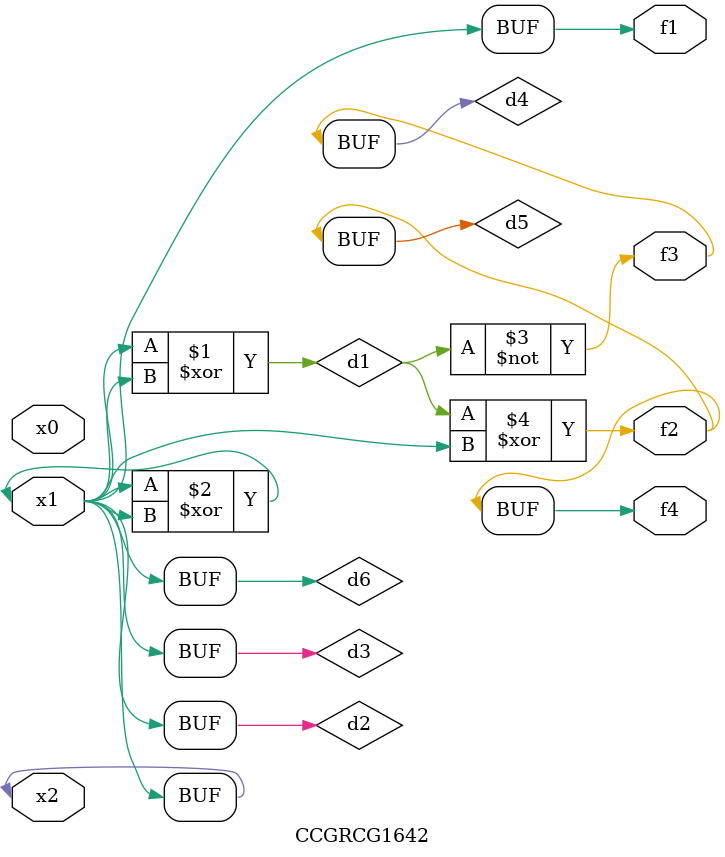
<source format=v>
module CCGRCG1642(
	input x0, x1, x2,
	output f1, f2, f3, f4
);

	wire d1, d2, d3, d4, d5, d6;

	xor (d1, x1, x2);
	buf (d2, x1, x2);
	xor (d3, x1, x2);
	nor (d4, d1);
	xor (d5, d1, d2);
	buf (d6, d2, d3);
	assign f1 = d6;
	assign f2 = d5;
	assign f3 = d4;
	assign f4 = d5;
endmodule

</source>
